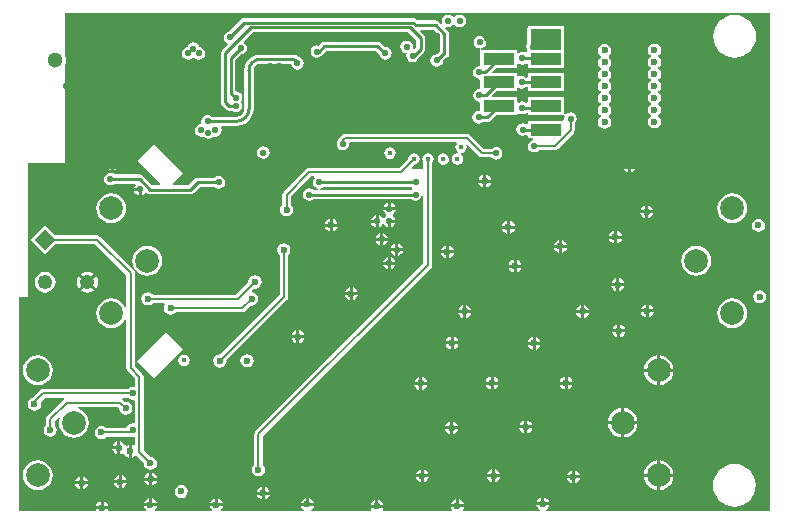
<source format=gbl>
G04 Layer_Physical_Order=4*
G04 Layer_Color=16711680*
%FSLAX25Y25*%
%MOIN*%
G70*
G01*
G75*
%ADD39C,0.00787*%
%ADD43C,0.01000*%
%ADD45C,0.00787*%
%ADD52C,0.01772*%
%ADD53C,0.04921*%
%ADD54P,0.06960X4X360.0*%
%ADD55C,0.05118*%
%ADD56C,0.07874*%
%ADD57C,0.02362*%
%ADD58C,0.02362*%
%ADD59C,0.02165*%
%ADD60C,0.02165*%
%ADD61R,0.10236X0.03937*%
%ADD62R,0.10463X0.07094*%
G36*
X345587Y177245D02*
Y129434D01*
X345547Y116772D01*
Y63031D01*
X270995D01*
X270879Y63531D01*
X271490Y63939D01*
X271972Y64661D01*
X272042Y65012D01*
X267793D01*
X267863Y64661D01*
X268345Y63939D01*
X268955Y63531D01*
X268840Y63031D01*
X243441D01*
X243174Y63531D01*
X243507Y64031D01*
X243577Y64382D01*
X239328D01*
X239398Y64031D01*
X239732Y63531D01*
X239465Y63031D01*
X216748D01*
X216481Y63531D01*
X216657Y63795D01*
X216727Y64146D01*
X212478D01*
X212548Y63795D01*
X212724Y63531D01*
X212457Y63031D01*
X192861D01*
X192709Y63531D01*
X193025Y63743D01*
X193507Y64464D01*
X193577Y64815D01*
X189328D01*
X189398Y64464D01*
X189880Y63743D01*
X190196Y63531D01*
X190045Y63031D01*
X162683D01*
X162532Y63531D01*
X162671Y63624D01*
X163153Y64346D01*
X163223Y64697D01*
X158974D01*
X159044Y64346D01*
X159526Y63624D01*
X159665Y63531D01*
X159514Y63031D01*
X140656D01*
X140504Y63531D01*
X140702Y63664D01*
X141184Y64385D01*
X141254Y64736D01*
X137006D01*
X137075Y64385D01*
X137557Y63664D01*
X137756Y63531D01*
X137604Y63031D01*
X125457D01*
X125100Y63531D01*
X125113Y63595D01*
X120864D01*
X120876Y63531D01*
X120520Y63031D01*
X95232D01*
X95232Y134528D01*
X98461D01*
Y146063D01*
X98461Y178927D01*
X110668Y178927D01*
Y211885D01*
X110904Y212457D01*
X111027Y213386D01*
X110904Y214315D01*
X110668Y214886D01*
Y229213D01*
X345587D01*
Y177245D01*
D02*
G37*
%LPC*%
G36*
X255113Y105248D02*
X253488D01*
Y103624D01*
X253839Y103693D01*
X254561Y104175D01*
X255043Y104897D01*
X255113Y105248D01*
D02*
G37*
G36*
X277173D02*
X275549D01*
X275619Y104897D01*
X276101Y104175D01*
X276822Y103693D01*
X277173Y103624D01*
Y105248D01*
D02*
G37*
G36*
X252488D02*
X250864D01*
X250934Y104897D01*
X251416Y104175D01*
X252137Y103693D01*
X252488Y103624D01*
Y105248D01*
D02*
G37*
G36*
X228748Y105130D02*
X227124D01*
X227193Y104779D01*
X227676Y104057D01*
X228397Y103575D01*
X228748Y103506D01*
Y105130D01*
D02*
G37*
G36*
X231372D02*
X229748D01*
Y103506D01*
X230099Y103575D01*
X230820Y104057D01*
X231303Y104779D01*
X231372Y105130D01*
D02*
G37*
G36*
X279798Y105248D02*
X278173D01*
Y103624D01*
X278524Y103693D01*
X279246Y104175D01*
X279728Y104897D01*
X279798Y105248D01*
D02*
G37*
G36*
X228748Y107754D02*
X228397Y107685D01*
X227676Y107202D01*
X227193Y106481D01*
X227124Y106130D01*
X228748D01*
Y107754D01*
D02*
G37*
G36*
X229748D02*
Y106130D01*
X231372D01*
X231303Y106481D01*
X230820Y107202D01*
X230099Y107685D01*
X229748Y107754D01*
D02*
G37*
G36*
X252488Y107872D02*
X252137Y107803D01*
X251416Y107320D01*
X250934Y106599D01*
X250864Y106248D01*
X252488D01*
Y107872D01*
D02*
G37*
G36*
X101532Y114999D02*
X100243Y114830D01*
X99042Y114332D01*
X98010Y113541D01*
X97219Y112510D01*
X96722Y111309D01*
X96552Y110020D01*
X96722Y108731D01*
X97219Y107530D01*
X98010Y106499D01*
X99042Y105707D01*
X100243Y105210D01*
X101532Y105040D01*
X102820Y105210D01*
X104021Y105707D01*
X105053Y106499D01*
X105844Y107530D01*
X106341Y108731D01*
X106511Y110020D01*
X106341Y111309D01*
X105844Y112510D01*
X105053Y113541D01*
X104021Y114332D01*
X102820Y114830D01*
X101532Y114999D01*
D02*
G37*
G36*
X308039Y109520D02*
X303626D01*
X303729Y108731D01*
X304227Y107530D01*
X305018Y106499D01*
X306050Y105707D01*
X307251Y105210D01*
X308039Y105106D01*
Y109520D01*
D02*
G37*
G36*
X313453D02*
X309039D01*
Y105106D01*
X309828Y105210D01*
X311029Y105707D01*
X312060Y106499D01*
X312852Y107530D01*
X313349Y108731D01*
X313453Y109520D01*
D02*
G37*
G36*
X297031Y97434D02*
Y93020D01*
X301445D01*
X301341Y93809D01*
X300844Y95009D01*
X300053Y96041D01*
X299021Y96832D01*
X297820Y97330D01*
X297031Y97434D01*
D02*
G37*
G36*
X239024Y90327D02*
X237399D01*
X237469Y89976D01*
X237951Y89254D01*
X238673Y88772D01*
X239024Y88702D01*
Y90327D01*
D02*
G37*
G36*
X241648D02*
X240024D01*
Y88702D01*
X240375Y88772D01*
X241096Y89254D01*
X241578Y89976D01*
X241648Y90327D01*
D02*
G37*
G36*
X263748Y90602D02*
X262124D01*
X262193Y90251D01*
X262676Y89530D01*
X263397Y89048D01*
X263748Y88978D01*
Y90602D01*
D02*
G37*
G36*
X128039Y86376D02*
X127688Y86306D01*
X126967Y85824D01*
X126485Y85103D01*
X126415Y84752D01*
X128039D01*
Y86376D01*
D02*
G37*
G36*
X296031Y92020D02*
X291618D01*
X291722Y91231D01*
X292219Y90030D01*
X293010Y88999D01*
X294042Y88207D01*
X295243Y87710D01*
X296031Y87606D01*
Y92020D01*
D02*
G37*
G36*
X301445D02*
X297031D01*
Y87606D01*
X297820Y87710D01*
X299021Y88207D01*
X300053Y88999D01*
X300844Y90030D01*
X301341Y91231D01*
X301445Y92020D01*
D02*
G37*
G36*
X263748Y93227D02*
X263397Y93157D01*
X262676Y92675D01*
X262193Y91953D01*
X262124Y91602D01*
X263748D01*
Y93227D01*
D02*
G37*
G36*
X264748D02*
Y91602D01*
X266372D01*
X266303Y91953D01*
X265821Y92675D01*
X265099Y93157D01*
X264748Y93227D01*
D02*
G37*
G36*
X296031Y97434D02*
X295243Y97330D01*
X294042Y96832D01*
X293010Y96041D01*
X292219Y95009D01*
X291722Y93809D01*
X291618Y93020D01*
X296031D01*
Y97434D01*
D02*
G37*
G36*
X266372Y90602D02*
X264748D01*
Y88978D01*
X265099Y89048D01*
X265821Y89530D01*
X266303Y90251D01*
X266372Y90602D01*
D02*
G37*
G36*
X239024Y92951D02*
X238673Y92881D01*
X237951Y92399D01*
X237469Y91678D01*
X237399Y91327D01*
X239024D01*
Y92951D01*
D02*
G37*
G36*
X240024D02*
Y91327D01*
X241648D01*
X241578Y91678D01*
X241096Y92399D01*
X240375Y92881D01*
X240024Y92951D01*
D02*
G37*
G36*
X253488Y107872D02*
Y106248D01*
X255113D01*
X255043Y106599D01*
X254561Y107320D01*
X253839Y107803D01*
X253488Y107872D01*
D02*
G37*
G36*
X239142Y121219D02*
X238791Y121149D01*
X238069Y120667D01*
X237587Y119946D01*
X237517Y119595D01*
X239142D01*
Y121219D01*
D02*
G37*
G36*
X240142D02*
Y119595D01*
X241766D01*
X241696Y119946D01*
X241214Y120667D01*
X240493Y121149D01*
X240142Y121219D01*
D02*
G37*
G36*
X294732Y122610D02*
X293108D01*
X293178Y122259D01*
X293660Y121538D01*
X294381Y121056D01*
X294732Y120986D01*
Y122610D01*
D02*
G37*
G36*
X190427Y120721D02*
X188803D01*
Y119096D01*
X189154Y119166D01*
X189876Y119648D01*
X190358Y120370D01*
X190427Y120721D01*
D02*
G37*
G36*
X266504Y121101D02*
X266153Y121031D01*
X265431Y120549D01*
X264949Y119827D01*
X264880Y119476D01*
X266504D01*
Y121101D01*
D02*
G37*
G36*
X267504D02*
Y119476D01*
X269128D01*
X269058Y119827D01*
X268576Y120549D01*
X267855Y121031D01*
X267504Y121101D01*
D02*
G37*
G36*
X294732Y125235D02*
X294381Y125165D01*
X293660Y124683D01*
X293178Y123961D01*
X293108Y123610D01*
X294732D01*
Y125235D01*
D02*
G37*
G36*
X295732D02*
Y123610D01*
X297357D01*
X297287Y123961D01*
X296805Y124683D01*
X296083Y125165D01*
X295732Y125235D01*
D02*
G37*
G36*
X333028Y133936D02*
X331739Y133767D01*
X330538Y133269D01*
X329506Y132478D01*
X328715Y131447D01*
X328218Y130245D01*
X328048Y128957D01*
X328218Y127668D01*
X328715Y126467D01*
X329506Y125436D01*
X330538Y124644D01*
X331739Y124147D01*
X333028Y123977D01*
X334316Y124147D01*
X335517Y124644D01*
X336549Y125436D01*
X337340Y126467D01*
X337838Y127668D01*
X338007Y128957D01*
X337838Y130245D01*
X337340Y131447D01*
X336549Y132478D01*
X335517Y133269D01*
X334316Y133767D01*
X333028Y133936D01*
D02*
G37*
G36*
X297357Y122610D02*
X295732D01*
Y120986D01*
X296083Y121056D01*
X296805Y121538D01*
X297287Y122259D01*
X297357Y122610D01*
D02*
G37*
G36*
X187803Y123345D02*
X187452Y123275D01*
X186731Y122793D01*
X186249Y122072D01*
X186179Y121721D01*
X187803D01*
Y123345D01*
D02*
G37*
G36*
X188803D02*
Y121721D01*
X190427D01*
X190358Y122072D01*
X189876Y122793D01*
X189154Y123275D01*
X188803Y123345D01*
D02*
G37*
G36*
X187803Y120721D02*
X186179D01*
X186249Y120370D01*
X186731Y119648D01*
X187452Y119166D01*
X187803Y119096D01*
Y120721D01*
D02*
G37*
G36*
X308039Y114934D02*
X307251Y114830D01*
X306050Y114332D01*
X305018Y113541D01*
X304227Y112510D01*
X303729Y111309D01*
X303626Y110520D01*
X308039D01*
Y114934D01*
D02*
G37*
G36*
X309039D02*
Y110520D01*
X313453D01*
X313349Y111309D01*
X312852Y112510D01*
X312060Y113541D01*
X311029Y114332D01*
X309828Y114830D01*
X309039Y114934D01*
D02*
G37*
G36*
X171343Y115388D02*
X170492Y115218D01*
X169771Y114736D01*
X169289Y114015D01*
X169119Y113164D01*
X169289Y112313D01*
X169771Y111592D01*
X170492Y111109D01*
X171343Y110940D01*
X172194Y111109D01*
X172916Y111592D01*
X173398Y112313D01*
X173567Y113164D01*
X173398Y114015D01*
X172916Y114736D01*
X172194Y115218D01*
X171343Y115388D01*
D02*
G37*
G36*
X277173Y107872D02*
X276822Y107803D01*
X276101Y107320D01*
X275619Y106599D01*
X275549Y106248D01*
X277173D01*
Y107872D01*
D02*
G37*
G36*
X278173D02*
Y106248D01*
X279798D01*
X279728Y106599D01*
X279246Y107320D01*
X278524Y107803D01*
X278173Y107872D01*
D02*
G37*
G36*
X144466Y122816D02*
X134700Y113050D01*
X140290Y107460D01*
X150056Y117226D01*
X144466Y122816D01*
D02*
G37*
G36*
X269128Y118476D02*
X267504D01*
Y116852D01*
X267855Y116922D01*
X268576Y117404D01*
X269058Y118125D01*
X269128Y118476D01*
D02*
G37*
G36*
X239142Y118595D02*
X237517D01*
X237587Y118244D01*
X238069Y117522D01*
X238791Y117040D01*
X239142Y116970D01*
Y118595D01*
D02*
G37*
G36*
X241766D02*
X240142D01*
Y116970D01*
X240493Y117040D01*
X241214Y117522D01*
X241696Y118244D01*
X241766Y118595D01*
D02*
G37*
G36*
X150350Y115190D02*
X149615Y115044D01*
X148991Y114627D01*
X148574Y114004D01*
X148428Y113268D01*
X148574Y112532D01*
X148991Y111908D01*
X149615Y111491D01*
X150350Y111345D01*
X151086Y111491D01*
X151710Y111908D01*
X152127Y112532D01*
X152273Y113268D01*
X152127Y114004D01*
X151710Y114627D01*
X151086Y115044D01*
X150350Y115190D01*
D02*
G37*
G36*
X183579Y152303D02*
X182728Y152133D01*
X182006Y151651D01*
X181524Y150930D01*
X181355Y150079D01*
X181524Y149228D01*
X182006Y148506D01*
X182158Y148405D01*
Y134998D01*
X162458Y115298D01*
X162279Y115334D01*
X161428Y115165D01*
X160707Y114683D01*
X160225Y113961D01*
X160056Y113110D01*
X160225Y112259D01*
X160707Y111538D01*
X161428Y111056D01*
X162279Y110886D01*
X163130Y111056D01*
X163852Y111538D01*
X164334Y112259D01*
X164503Y113110D01*
X164468Y113289D01*
X184583Y133405D01*
X184892Y133866D01*
X185000Y134409D01*
Y148405D01*
X185151Y148506D01*
X185633Y149228D01*
X185803Y150079D01*
X185633Y150930D01*
X185151Y151651D01*
X184430Y152133D01*
X183579Y152303D01*
D02*
G37*
G36*
X266504Y118476D02*
X264880D01*
X264949Y118125D01*
X265431Y117404D01*
X266153Y116922D01*
X266504Y116852D01*
Y118476D01*
D02*
G37*
G36*
X178853Y68555D02*
X177228D01*
Y66931D01*
X177579Y67001D01*
X178301Y67483D01*
X178783Y68204D01*
X178853Y68555D01*
D02*
G37*
G36*
X149406Y71830D02*
X148555Y71661D01*
X147833Y71179D01*
X147351Y70457D01*
X147182Y69606D01*
X147351Y68755D01*
X147833Y68034D01*
X148555Y67552D01*
X149406Y67383D01*
X150257Y67552D01*
X150978Y68034D01*
X151460Y68755D01*
X151629Y69606D01*
X151460Y70457D01*
X150978Y71179D01*
X150257Y71661D01*
X149406Y71830D01*
D02*
G37*
G36*
X176228Y71179D02*
X175877Y71110D01*
X175156Y70628D01*
X174674Y69906D01*
X174604Y69555D01*
X176228D01*
Y71179D01*
D02*
G37*
G36*
X269417Y67636D02*
X269066Y67566D01*
X268345Y67084D01*
X267863Y66363D01*
X267793Y66012D01*
X269417D01*
Y67636D01*
D02*
G37*
G36*
X270417D02*
Y66012D01*
X272042D01*
X271972Y66363D01*
X271490Y67084D01*
X270768Y67566D01*
X270417Y67636D01*
D02*
G37*
G36*
X176228Y68555D02*
X174604D01*
X174674Y68204D01*
X175156Y67483D01*
X175877Y67001D01*
X176228Y66931D01*
Y68555D01*
D02*
G37*
G36*
X313453Y74520D02*
X309039D01*
Y70106D01*
X309828Y70210D01*
X311029Y70707D01*
X312060Y71499D01*
X312852Y72530D01*
X313349Y73731D01*
X313453Y74520D01*
D02*
G37*
G36*
X115677Y71980D02*
X114053D01*
X114123Y71629D01*
X114605Y70908D01*
X115326Y70426D01*
X115677Y70356D01*
Y71980D01*
D02*
G37*
G36*
X118301D02*
X116677D01*
Y70356D01*
X117028Y70426D01*
X117750Y70908D01*
X118232Y71629D01*
X118301Y71980D01*
D02*
G37*
G36*
X177228Y71179D02*
Y69555D01*
X178853D01*
X178783Y69906D01*
X178301Y70628D01*
X177579Y71110D01*
X177228Y71179D01*
D02*
G37*
G36*
X101532Y79999D02*
X100243Y79830D01*
X99042Y79332D01*
X98010Y78541D01*
X97219Y77509D01*
X96722Y76309D01*
X96552Y75020D01*
X96722Y73731D01*
X97219Y72530D01*
X98010Y71499D01*
X99042Y70707D01*
X100243Y70210D01*
X101532Y70040D01*
X102820Y70210D01*
X104021Y70707D01*
X105053Y71499D01*
X105844Y72530D01*
X106341Y73731D01*
X106511Y75020D01*
X106341Y76309D01*
X105844Y77509D01*
X105053Y78541D01*
X104021Y79332D01*
X102820Y79830D01*
X101532Y79999D01*
D02*
G37*
G36*
X308039Y74520D02*
X303626D01*
X303729Y73731D01*
X304227Y72530D01*
X305018Y71499D01*
X306050Y70707D01*
X307251Y70210D01*
X308039Y70106D01*
Y74520D01*
D02*
G37*
G36*
X191953Y67439D02*
Y65815D01*
X193577D01*
X193507Y66166D01*
X193025Y66887D01*
X192304Y67370D01*
X191953Y67439D01*
D02*
G37*
G36*
X214102Y66770D02*
X213751Y66700D01*
X213030Y66218D01*
X212548Y65497D01*
X212478Y65146D01*
X214102D01*
Y66770D01*
D02*
G37*
G36*
X215102D02*
Y65146D01*
X216727D01*
X216657Y65497D01*
X216175Y66218D01*
X215453Y66700D01*
X215102Y66770D01*
D02*
G37*
G36*
X240953Y67006D02*
X240602Y66936D01*
X239880Y66454D01*
X239398Y65733D01*
X239328Y65382D01*
X240953D01*
Y67006D01*
D02*
G37*
G36*
X333776Y78751D02*
X332383Y78614D01*
X331045Y78208D01*
X329811Y77548D01*
X328729Y76661D01*
X327842Y75579D01*
X327182Y74345D01*
X326776Y73006D01*
X326639Y71614D01*
X326776Y70222D01*
X327182Y68883D01*
X327842Y67649D01*
X328729Y66568D01*
X329811Y65680D01*
X331045Y65021D01*
X332383Y64615D01*
X333776Y64477D01*
X335168Y64615D01*
X336507Y65021D01*
X337740Y65680D01*
X338822Y66568D01*
X339710Y67649D01*
X340369Y68883D01*
X340775Y70222D01*
X340912Y71614D01*
X340775Y73006D01*
X340369Y74345D01*
X339710Y75579D01*
X338822Y76661D01*
X337740Y77548D01*
X336507Y78208D01*
X335168Y78614D01*
X333776Y78751D01*
D02*
G37*
G36*
X122488Y66219D02*
X122137Y66149D01*
X121416Y65667D01*
X120934Y64946D01*
X120864Y64595D01*
X122488D01*
Y66219D01*
D02*
G37*
G36*
X123488D02*
Y64595D01*
X125113D01*
X125043Y64946D01*
X124561Y65667D01*
X123839Y66149D01*
X123488Y66219D01*
D02*
G37*
G36*
X138630Y67361D02*
X138279Y67291D01*
X137557Y66809D01*
X137075Y66087D01*
X137006Y65736D01*
X138630D01*
Y67361D01*
D02*
G37*
G36*
X139630D02*
Y65736D01*
X141254D01*
X141184Y66087D01*
X140702Y66809D01*
X139981Y67291D01*
X139630Y67361D01*
D02*
G37*
G36*
X190953Y67439D02*
X190602Y67370D01*
X189880Y66887D01*
X189398Y66166D01*
X189328Y65815D01*
X190953D01*
Y67439D01*
D02*
G37*
G36*
X241953Y67006D02*
Y65382D01*
X243577D01*
X243507Y65733D01*
X243025Y66454D01*
X242304Y66936D01*
X241953Y67006D01*
D02*
G37*
G36*
X160598Y67321D02*
X160247Y67251D01*
X159526Y66769D01*
X159044Y66048D01*
X158974Y65697D01*
X160598D01*
Y67321D01*
D02*
G37*
G36*
X161598D02*
Y65697D01*
X163223D01*
X163153Y66048D01*
X162671Y66769D01*
X161949Y67251D01*
X161598Y67321D01*
D02*
G37*
G36*
X128551Y72413D02*
X126927D01*
X126997Y72062D01*
X127479Y71341D01*
X128200Y70859D01*
X128551Y70789D01*
Y72413D01*
D02*
G37*
G36*
X280614Y76652D02*
Y75028D01*
X282239D01*
X282169Y75379D01*
X281687Y76100D01*
X280965Y76582D01*
X280614Y76652D01*
D02*
G37*
G36*
X229221Y76928D02*
X228870Y76858D01*
X228148Y76376D01*
X227666Y75654D01*
X227596Y75303D01*
X229221D01*
Y76928D01*
D02*
G37*
G36*
X230221D02*
Y75303D01*
X231845D01*
X231775Y75654D01*
X231293Y76376D01*
X230572Y76858D01*
X230221Y76928D01*
D02*
G37*
G36*
X138709Y75864D02*
X138358Y75795D01*
X137636Y75313D01*
X137154Y74591D01*
X137084Y74240D01*
X138709D01*
Y75864D01*
D02*
G37*
G36*
X139709D02*
Y74240D01*
X141333D01*
X141263Y74591D01*
X140781Y75313D01*
X140060Y75795D01*
X139709Y75864D01*
D02*
G37*
G36*
X279614Y76652D02*
X279263Y76582D01*
X278542Y76100D01*
X278060Y75379D01*
X277990Y75028D01*
X279614D01*
Y76652D01*
D02*
G37*
G36*
X309039Y79934D02*
Y75520D01*
X313453D01*
X313349Y76309D01*
X312852Y77509D01*
X312060Y78541D01*
X311029Y79332D01*
X309828Y79830D01*
X309039Y79934D01*
D02*
G37*
G36*
X129039Y86376D02*
Y84252D01*
Y82127D01*
X129390Y82197D01*
X129737Y82429D01*
X130292Y82199D01*
X130304Y82141D01*
X130786Y81420D01*
X131507Y80938D01*
X131858Y80868D01*
Y82992D01*
Y85116D01*
X131507Y85047D01*
X131161Y84815D01*
X130605Y85045D01*
X130594Y85103D01*
X130112Y85824D01*
X129390Y86306D01*
X129039Y86376D01*
D02*
G37*
G36*
X128039Y83752D02*
X126415D01*
X126485Y83401D01*
X126967Y82679D01*
X127688Y82197D01*
X128039Y82127D01*
Y83752D01*
D02*
G37*
G36*
X253000Y77006D02*
X252649Y76936D01*
X251927Y76454D01*
X251445Y75733D01*
X251376Y75382D01*
X253000D01*
Y77006D01*
D02*
G37*
G36*
X254000D02*
Y75382D01*
X255624D01*
X255555Y75733D01*
X255072Y76454D01*
X254351Y76936D01*
X254000Y77006D01*
D02*
G37*
G36*
X308039Y79934D02*
X307251Y79830D01*
X306050Y79332D01*
X305018Y78541D01*
X304227Y77509D01*
X303729Y76309D01*
X303626Y75520D01*
X308039D01*
Y79934D01*
D02*
G37*
G36*
X129551Y75038D02*
Y73413D01*
X131175D01*
X131106Y73764D01*
X130624Y74486D01*
X129902Y74968D01*
X129551Y75038D01*
D02*
G37*
G36*
X279614Y74028D02*
X277990D01*
X278060Y73677D01*
X278542Y72955D01*
X279263Y72473D01*
X279614Y72403D01*
Y74028D01*
D02*
G37*
G36*
X282239D02*
X280614D01*
Y72403D01*
X280965Y72473D01*
X281687Y72955D01*
X282169Y73677D01*
X282239Y74028D01*
D02*
G37*
G36*
X229221Y74303D02*
X227596D01*
X227666Y73952D01*
X228148Y73231D01*
X228870Y72749D01*
X229221Y72679D01*
Y74303D01*
D02*
G37*
G36*
X131175Y72413D02*
X129551D01*
Y70789D01*
X129902Y70859D01*
X130624Y71341D01*
X131106Y72062D01*
X131175Y72413D01*
D02*
G37*
G36*
X138709Y73240D02*
X137084D01*
X137154Y72889D01*
X137636Y72168D01*
X138358Y71686D01*
X138709Y71616D01*
Y73240D01*
D02*
G37*
G36*
X141333D02*
X139709D01*
Y71616D01*
X140060Y71686D01*
X140781Y72168D01*
X141263Y72889D01*
X141333Y73240D01*
D02*
G37*
G36*
X115677Y74605D02*
X115326Y74535D01*
X114605Y74053D01*
X114123Y73331D01*
X114053Y72980D01*
X115677D01*
Y74605D01*
D02*
G37*
G36*
X116677D02*
Y72980D01*
X118301D01*
X118232Y73331D01*
X117750Y74053D01*
X117028Y74535D01*
X116677Y74605D01*
D02*
G37*
G36*
X128551Y75038D02*
X128200Y74968D01*
X127479Y74486D01*
X126997Y73764D01*
X126927Y73413D01*
X128551D01*
Y75038D01*
D02*
G37*
G36*
X231845Y74303D02*
X230221D01*
Y72679D01*
X230572Y72749D01*
X231293Y73231D01*
X231775Y73952D01*
X231845Y74303D01*
D02*
G37*
G36*
X253000Y74382D02*
X251376D01*
X251445Y74031D01*
X251927Y73309D01*
X252649Y72827D01*
X253000Y72758D01*
Y74382D01*
D02*
G37*
G36*
X255624D02*
X254000D01*
Y72758D01*
X254351Y72827D01*
X255072Y73309D01*
X255555Y74031D01*
X255624Y74382D01*
D02*
G37*
G36*
X243394Y129106D02*
X241769D01*
X241839Y128755D01*
X242321Y128034D01*
X243043Y127552D01*
X243394Y127482D01*
Y129106D01*
D02*
G37*
G36*
X199897Y160524D02*
Y158900D01*
X201521D01*
X201451Y159251D01*
X200969Y159973D01*
X200248Y160454D01*
X199897Y160524D01*
D02*
G37*
G36*
X126020Y168936D02*
X124731Y168767D01*
X123530Y168269D01*
X122499Y167478D01*
X121707Y166446D01*
X121210Y165245D01*
X121040Y163957D01*
X121210Y162668D01*
X121707Y161467D01*
X122499Y160436D01*
X123530Y159644D01*
X124731Y159147D01*
X126020Y158977D01*
X127308Y159147D01*
X128509Y159644D01*
X129541Y160436D01*
X130332Y161467D01*
X130830Y162668D01*
X130999Y163957D01*
X130830Y165245D01*
X130332Y166446D01*
X129541Y167478D01*
X128509Y168269D01*
X127308Y168767D01*
X126020Y168936D01*
D02*
G37*
G36*
X333028D02*
X331739Y168767D01*
X330538Y168269D01*
X329506Y167478D01*
X328715Y166446D01*
X328218Y165245D01*
X328048Y163957D01*
X328218Y162668D01*
X328715Y161467D01*
X329506Y160436D01*
X330538Y159644D01*
X331739Y159147D01*
X333028Y158977D01*
X334316Y159147D01*
X335517Y159644D01*
X336549Y160436D01*
X337340Y161467D01*
X337838Y162668D01*
X338007Y163957D01*
X337838Y165245D01*
X337340Y166446D01*
X336549Y167478D01*
X335517Y168269D01*
X334316Y168767D01*
X333028Y168936D01*
D02*
G37*
G36*
X257947Y159826D02*
X257596Y159756D01*
X256875Y159274D01*
X256393Y158553D01*
X256323Y158202D01*
X257947D01*
Y159826D01*
D02*
G37*
G36*
X258947D02*
Y158202D01*
X260572D01*
X260502Y158553D01*
X260020Y159274D01*
X259298Y159756D01*
X258947Y159826D01*
D02*
G37*
G36*
X198897Y160524D02*
X198546Y160454D01*
X197824Y159973D01*
X197342Y159251D01*
X197272Y158900D01*
X198897D01*
Y160524D01*
D02*
G37*
G36*
X220815Y163309D02*
X216767D01*
X216829Y162996D01*
X217290Y162308D01*
X217611Y162092D01*
Y161491D01*
X217253Y161252D01*
X216988Y160855D01*
X216387D01*
X216157Y161199D01*
X215468Y161659D01*
X215155Y161722D01*
Y159698D01*
Y157674D01*
X215468Y157736D01*
X216157Y158196D01*
X216422Y158593D01*
X217023D01*
X217253Y158249D01*
X217942Y157788D01*
X218254Y157726D01*
Y159750D01*
X218754D01*
Y160250D01*
X220778D01*
X220716Y160563D01*
X220256Y161252D01*
X219934Y161467D01*
Y162068D01*
X220293Y162308D01*
X220753Y162996D01*
X220815Y163309D01*
D02*
G37*
G36*
X304063Y164959D02*
X303712Y164889D01*
X302991Y164407D01*
X302508Y163686D01*
X302439Y163335D01*
X304063D01*
Y164959D01*
D02*
G37*
G36*
X305063D02*
Y163335D01*
X306687D01*
X306617Y163686D01*
X306135Y164407D01*
X305414Y164889D01*
X305063Y164959D01*
D02*
G37*
G36*
X214155Y161722D02*
X213843Y161659D01*
X213154Y161199D01*
X212694Y160510D01*
X212631Y160198D01*
X214155D01*
Y161722D01*
D02*
G37*
G36*
X304063Y162335D02*
X302439D01*
X302508Y161984D01*
X302991Y161262D01*
X303712Y160780D01*
X304063Y160710D01*
Y162335D01*
D02*
G37*
G36*
X306687D02*
X305063D01*
Y160710D01*
X305414Y160780D01*
X306135Y161262D01*
X306617Y161984D01*
X306687Y162335D01*
D02*
G37*
G36*
X220778Y159250D02*
X219254D01*
Y157726D01*
X219567Y157788D01*
X220256Y158249D01*
X220716Y158938D01*
X220778Y159250D01*
D02*
G37*
G36*
X216754Y155774D02*
Y154250D01*
X218278D01*
X218216Y154563D01*
X217756Y155252D01*
X217067Y155712D01*
X216754Y155774D01*
D02*
G37*
G36*
X293591Y156534D02*
X293240Y156464D01*
X292518Y155982D01*
X292036Y155260D01*
X291966Y154909D01*
X293591D01*
Y156534D01*
D02*
G37*
G36*
X294591D02*
Y154909D01*
X296215D01*
X296145Y155260D01*
X295663Y155982D01*
X294942Y156464D01*
X294591Y156534D01*
D02*
G37*
G36*
X293591Y153909D02*
X291966D01*
X292036Y153558D01*
X292518Y152837D01*
X293240Y152355D01*
X293591Y152285D01*
Y153909D01*
D02*
G37*
G36*
X296215D02*
X294591D01*
Y152285D01*
X294942Y152355D01*
X295663Y152837D01*
X296145Y153558D01*
X296215Y153909D01*
D02*
G37*
G36*
X215754Y155774D02*
X215442Y155712D01*
X214753Y155252D01*
X214293Y154563D01*
X214230Y154250D01*
X215754D01*
Y155774D01*
D02*
G37*
G36*
X198897Y157900D02*
X197272D01*
X197342Y157549D01*
X197824Y156827D01*
X198546Y156345D01*
X198897Y156276D01*
Y157900D01*
D02*
G37*
G36*
X201521D02*
X199897D01*
Y156276D01*
X200248Y156345D01*
X200969Y156827D01*
X201451Y157549D01*
X201521Y157900D01*
D02*
G37*
G36*
X214155Y159198D02*
X212631D01*
X212694Y158885D01*
X213154Y158196D01*
X213843Y157736D01*
X214155Y157674D01*
Y159198D01*
D02*
G37*
G36*
X257947Y157202D02*
X256323D01*
X256393Y156851D01*
X256875Y156129D01*
X257596Y155647D01*
X257947Y155577D01*
Y157202D01*
D02*
G37*
G36*
X260572D02*
X258947D01*
Y155577D01*
X259298Y155647D01*
X260020Y156129D01*
X260502Y156851D01*
X260572Y157202D01*
D02*
G37*
G36*
X341768Y160570D02*
X340917Y160401D01*
X340195Y159919D01*
X339713Y159197D01*
X339544Y158346D01*
X339713Y157495D01*
X340195Y156774D01*
X340917Y156292D01*
X341768Y156123D01*
X342619Y156292D01*
X343340Y156774D01*
X343822Y157495D01*
X343991Y158346D01*
X343822Y159197D01*
X343340Y159919D01*
X342619Y160401D01*
X341768Y160570D01*
D02*
G37*
G36*
X244610Y188902D02*
X244610Y188902D01*
X244610Y188902D01*
X204059D01*
X203515Y188794D01*
X203054Y188486D01*
X202266Y187698D01*
X201958Y187237D01*
X201936Y187125D01*
X201769Y187013D01*
X201309Y186325D01*
X201148Y185512D01*
X201309Y184699D01*
X201769Y184011D01*
X202458Y183550D01*
X203271Y183389D01*
X204084Y183550D01*
X204772Y184011D01*
X205233Y184699D01*
X205394Y185512D01*
X205362Y185674D01*
X205679Y186060D01*
X241003D01*
X241194Y185560D01*
X240865Y185067D01*
X240718Y184331D01*
X240865Y183595D01*
X241281Y182972D01*
X241534Y182802D01*
X241494Y182538D01*
X241384Y182302D01*
X240724Y182170D01*
X240101Y181754D01*
X239684Y181130D01*
X239537Y180394D01*
X239684Y179658D01*
X240101Y179034D01*
X240724Y178618D01*
X241460Y178471D01*
X242196Y178618D01*
X242479Y178807D01*
X242819Y179034D01*
X243236Y179658D01*
X243383Y180394D01*
X243236Y181130D01*
X242819Y181754D01*
X242567Y181922D01*
X242607Y182187D01*
X242717Y182423D01*
X243377Y182555D01*
X244001Y182972D01*
X244417Y183595D01*
X244564Y184331D01*
X244445Y184930D01*
X244889Y185193D01*
X248723Y181357D01*
X248723Y181357D01*
X248723Y181357D01*
X248942Y181211D01*
X249184Y181049D01*
X249184Y181049D01*
X249184Y181049D01*
X249437Y180999D01*
X249728Y180941D01*
X249728Y180941D01*
X249728Y180941D01*
X252726D01*
X252816Y180806D01*
X253505Y180346D01*
X254317Y180184D01*
X255130Y180346D01*
X255819Y180806D01*
X256279Y181495D01*
X256441Y182308D01*
X256279Y183120D01*
X255819Y183809D01*
X255130Y184269D01*
X254317Y184431D01*
X253505Y184269D01*
X252816Y183809D01*
X252798Y183783D01*
X250317D01*
X245615Y188486D01*
X245615Y188486D01*
X245615Y188486D01*
X245373Y188647D01*
X245154Y188794D01*
X245154Y188794D01*
X245154Y188794D01*
X244891Y188846D01*
X244610Y188902D01*
D02*
G37*
G36*
X290519Y218843D02*
X289668Y218674D01*
X288947Y218192D01*
X288464Y217471D01*
X288295Y216619D01*
X288464Y215769D01*
X288947Y215047D01*
X289195Y214881D01*
Y214381D01*
X288947Y214215D01*
X288464Y213494D01*
X288295Y212643D01*
X288464Y211792D01*
X288947Y211071D01*
X289195Y210905D01*
Y210405D01*
X288947Y210239D01*
X288464Y209518D01*
X288295Y208667D01*
X288464Y207816D01*
X288947Y207094D01*
X289195Y206928D01*
Y206428D01*
X288947Y206263D01*
X288464Y205541D01*
X288295Y204690D01*
X288464Y203839D01*
X288947Y203118D01*
X289195Y202952D01*
Y202452D01*
X288947Y202286D01*
X288464Y201565D01*
X288295Y200714D01*
X288464Y199863D01*
X288947Y199141D01*
X289195Y198975D01*
Y198475D01*
X288947Y198310D01*
X288464Y197588D01*
X288295Y196737D01*
X288464Y195886D01*
X288947Y195165D01*
X289195Y194999D01*
Y194499D01*
X288947Y194333D01*
X288464Y193612D01*
X288295Y192761D01*
X288464Y191910D01*
X288947Y191188D01*
X289668Y190706D01*
X290519Y190537D01*
X291370Y190706D01*
X292091Y191188D01*
X292573Y191910D01*
X292743Y192761D01*
X292573Y193612D01*
X292091Y194333D01*
X291843Y194499D01*
Y194999D01*
X292091Y195165D01*
X292573Y195886D01*
X292743Y196737D01*
X292573Y197588D01*
X292091Y198310D01*
X291843Y198475D01*
Y198975D01*
X292091Y199141D01*
X292573Y199863D01*
X292743Y200714D01*
X292573Y201565D01*
X292091Y202286D01*
X291843Y202452D01*
Y202952D01*
X292091Y203118D01*
X292573Y203839D01*
X292743Y204690D01*
X292573Y205541D01*
X292091Y206263D01*
X291843Y206428D01*
Y206928D01*
X292091Y207094D01*
X292573Y207816D01*
X292743Y208667D01*
X292573Y209518D01*
X292091Y210239D01*
X291843Y210405D01*
Y210905D01*
X292091Y211071D01*
X292573Y211792D01*
X292743Y212643D01*
X292573Y213494D01*
X292091Y214215D01*
X291843Y214381D01*
Y214881D01*
X292091Y215047D01*
X292573Y215769D01*
X292743Y216619D01*
X292573Y217471D01*
X292091Y218192D01*
X291370Y218674D01*
X290519Y218843D01*
D02*
G37*
G36*
X307135Y218917D02*
X306284Y218747D01*
X305563Y218265D01*
X305081Y217544D01*
X304911Y216693D01*
X305081Y215842D01*
X305563Y215120D01*
X305811Y214955D01*
Y214455D01*
X305563Y214289D01*
X305081Y213567D01*
X304911Y212716D01*
X305081Y211865D01*
X305563Y211144D01*
X305811Y210978D01*
Y210478D01*
X305563Y210312D01*
X305081Y209591D01*
X304911Y208740D01*
X305081Y207889D01*
X305563Y207168D01*
X305811Y207002D01*
Y206502D01*
X305563Y206336D01*
X305081Y205614D01*
X304911Y204764D01*
X305081Y203912D01*
X305563Y203191D01*
X305811Y203025D01*
Y202525D01*
X305563Y202360D01*
X305081Y201638D01*
X304911Y200787D01*
X305081Y199936D01*
X305563Y199215D01*
X305811Y199049D01*
Y198549D01*
X305563Y198383D01*
X305081Y197662D01*
X304911Y196811D01*
X305081Y195960D01*
X305563Y195238D01*
X305811Y195072D01*
Y194572D01*
X305563Y194406D01*
X305081Y193685D01*
X304911Y192834D01*
X305081Y191983D01*
X305563Y191262D01*
X306284Y190780D01*
X307135Y190610D01*
X307986Y190780D01*
X308708Y191262D01*
X309190Y191983D01*
X309359Y192834D01*
X309190Y193685D01*
X308708Y194406D01*
X308459Y194572D01*
Y195072D01*
X308708Y195238D01*
X309190Y195960D01*
X309359Y196811D01*
X309190Y197662D01*
X308708Y198383D01*
X308459Y198549D01*
Y199049D01*
X308708Y199215D01*
X309190Y199936D01*
X309359Y200787D01*
X309190Y201638D01*
X308708Y202360D01*
X308459Y202525D01*
Y203025D01*
X308708Y203191D01*
X309190Y203912D01*
X309359Y204764D01*
X309190Y205614D01*
X308708Y206336D01*
X308459Y206502D01*
Y207002D01*
X308708Y207168D01*
X309190Y207889D01*
X309359Y208740D01*
X309190Y209591D01*
X308708Y210312D01*
X308459Y210478D01*
Y210978D01*
X308708Y211144D01*
X309190Y211865D01*
X309359Y212716D01*
X309190Y213567D01*
X308708Y214289D01*
X308459Y214455D01*
Y214955D01*
X308708Y215120D01*
X309190Y215842D01*
X309359Y216693D01*
X309190Y217544D01*
X308708Y218265D01*
X307986Y218747D01*
X307135Y218917D01*
D02*
G37*
G36*
X236548Y182308D02*
X235830Y182090D01*
X235250Y181614D01*
X234896Y180953D01*
X234823Y180206D01*
X235040Y179488D01*
X235501Y178927D01*
D01*
X235501Y178927D01*
X235516Y178908D01*
X236177Y178554D01*
X236924Y178481D01*
X237642Y178698D01*
X237920Y178927D01*
X238222Y179174D01*
X238576Y179835D01*
X238650Y180582D01*
X238432Y181300D01*
X237956Y181880D01*
X237295Y182234D01*
X236548Y182308D01*
D02*
G37*
G36*
X176696Y184682D02*
X175883Y184521D01*
X175195Y184061D01*
X174734Y183372D01*
X174573Y182559D01*
X174734Y181746D01*
X175195Y181058D01*
X175883Y180597D01*
X176696Y180436D01*
X177509Y180597D01*
X178198Y181058D01*
X178658Y181746D01*
X178819Y182559D01*
X178658Y183372D01*
X178198Y184061D01*
X177509Y184521D01*
X176696Y184682D01*
D02*
G37*
G36*
X219019Y184285D02*
X218283Y184138D01*
X217659Y183722D01*
X217243Y183098D01*
X217096Y182362D01*
X217243Y181626D01*
X217659Y181002D01*
X218283Y180586D01*
X219019Y180439D01*
X219755Y180586D01*
X220378Y181002D01*
X220795Y181626D01*
X220942Y182362D01*
X220795Y183098D01*
X220378Y183722D01*
X219755Y184138D01*
X219019Y184285D01*
D02*
G37*
G36*
X276059Y224757D02*
X265596D01*
X265312Y224700D01*
X264870D01*
Y224451D01*
X264654Y224128D01*
X264576Y223737D01*
Y218662D01*
X264555Y218631D01*
X264393Y217818D01*
X264555Y217006D01*
X264576Y216974D01*
Y216643D01*
X264654Y216253D01*
X264598Y216079D01*
X264007Y215872D01*
X263920Y215931D01*
X263107Y216092D01*
X262294Y215931D01*
X261858Y215639D01*
X261358Y215907D01*
Y216827D01*
X249600D01*
X249586Y216827D01*
X249586Y216827D01*
X249392Y216827D01*
X249343Y217326D01*
X249754Y217408D01*
X250443Y217868D01*
X250903Y218557D01*
X251064Y219370D01*
X250903Y220183D01*
X250443Y220871D01*
X249754Y221332D01*
X248941Y221493D01*
X248128Y221332D01*
X247440Y220871D01*
X246979Y220183D01*
X246818Y219370D01*
X246979Y218557D01*
X247440Y217868D01*
X248128Y217408D01*
X248846Y217265D01*
X248933Y217248D01*
X248983Y217136D01*
X249122Y216773D01*
X249122Y216438D01*
Y211683D01*
X248735Y211366D01*
X248668Y211379D01*
X247855Y211217D01*
X247166Y210757D01*
X246706Y210068D01*
X246544Y209256D01*
X246706Y208443D01*
X247166Y207754D01*
X247855Y207294D01*
X248668Y207132D01*
X248735Y207146D01*
X249122Y206828D01*
Y204037D01*
X248792Y203767D01*
X247980Y203605D01*
X247291Y203145D01*
X246831Y202456D01*
X246669Y201643D01*
X246831Y200831D01*
X247291Y200142D01*
X247980Y199681D01*
X248792Y199520D01*
X249122Y199249D01*
Y196732D01*
X248735Y196415D01*
X248585Y196444D01*
X247773Y196283D01*
X247084Y195823D01*
X246623Y195134D01*
X246462Y194321D01*
X246623Y193509D01*
X247084Y192820D01*
X247773Y192359D01*
X248585Y192198D01*
X249398Y192359D01*
X250045Y192792D01*
X251451D01*
X252036Y192908D01*
X252533Y193240D01*
X254434Y195141D01*
X261358D01*
Y195544D01*
X261858Y195811D01*
X262237Y195558D01*
X263050Y195397D01*
X263862Y195558D01*
X264370Y195897D01*
X264870Y195699D01*
Y195141D01*
X276707D01*
X276925Y195141D01*
X277226Y194691D01*
X277194Y194643D01*
X277032Y193831D01*
X277058Y193704D01*
X276647Y193204D01*
X264870D01*
Y192239D01*
X264370Y191971D01*
X264018Y192207D01*
X263205Y192368D01*
X262392Y192207D01*
X261703Y191747D01*
X261243Y191058D01*
X261082Y190245D01*
X261243Y189433D01*
X261703Y188744D01*
X262392Y188283D01*
X263205Y188122D01*
X264018Y188283D01*
X264370Y188519D01*
X264870Y188252D01*
Y187267D01*
X266630D01*
X266679Y186767D01*
X266274Y186687D01*
X265585Y186226D01*
X265125Y185538D01*
X264963Y184725D01*
X265125Y183912D01*
X265585Y183223D01*
X266274Y182763D01*
X267086Y182602D01*
X267899Y182763D01*
X268588Y183223D01*
X268642Y183304D01*
X273816D01*
X274360Y183412D01*
X274821Y183720D01*
X280160Y189060D01*
X280160Y189060D01*
X280468Y189521D01*
X280577Y190065D01*
Y192275D01*
X280657Y192329D01*
X281118Y193018D01*
X281279Y193831D01*
X281118Y194643D01*
X280657Y195332D01*
X279968Y195792D01*
X279156Y195954D01*
X278343Y195792D01*
X277654Y195332D01*
X277606Y195260D01*
X277106Y195412D01*
X277106Y195567D01*
Y201079D01*
X264870D01*
Y199341D01*
X264370Y199143D01*
X263862Y199482D01*
X263050Y199643D01*
X262237Y199482D01*
X261858Y199229D01*
X261358Y199496D01*
Y201079D01*
X253151D01*
X252959Y201540D01*
X254434Y203015D01*
X261358D01*
Y203922D01*
X261858Y204189D01*
X262134Y204005D01*
X262947Y203843D01*
X263759Y204005D01*
X264370Y204413D01*
X264870Y204300D01*
Y203015D01*
X277106D01*
Y208952D01*
X264870D01*
Y207634D01*
X264370Y207521D01*
X263759Y207929D01*
X262947Y208090D01*
X262134Y207929D01*
X261858Y207744D01*
X261358Y208011D01*
Y208952D01*
X253151D01*
X252959Y209414D01*
X254434Y210890D01*
X261358D01*
Y212032D01*
X261858Y212299D01*
X262294Y212007D01*
X263107Y211846D01*
X263920Y212007D01*
X264370Y212308D01*
X264870Y212062D01*
Y210890D01*
X277106D01*
Y216827D01*
X277079D01*
Y218763D01*
X277106D01*
Y224700D01*
X276343D01*
X276059Y224757D01*
D02*
G37*
G36*
X214689Y219521D02*
X196972D01*
X196671Y219461D01*
X196387Y219405D01*
X196387Y219405D01*
X196387Y219405D01*
X196142Y219241D01*
X195891Y219074D01*
X195070Y218253D01*
X194610Y218344D01*
X193797Y218183D01*
X193108Y217723D01*
X192648Y217034D01*
X192487Y216221D01*
X192648Y215408D01*
X193108Y214720D01*
X193797Y214259D01*
X194610Y214098D01*
X195423Y214259D01*
X196112Y214720D01*
X196572Y215408D01*
X196577Y215435D01*
X197605Y216463D01*
X214123D01*
X215367Y215396D01*
X215482Y214817D01*
X215943Y214128D01*
X216631Y213668D01*
X217444Y213507D01*
X218257Y213668D01*
X218946Y214128D01*
X219406Y214817D01*
X219567Y215630D01*
X219406Y216443D01*
X218946Y217131D01*
X218257Y217592D01*
X217444Y217753D01*
X217341Y217733D01*
X215685Y219153D01*
X215475Y219271D01*
X215274Y219405D01*
X215216Y219417D01*
X215164Y219446D01*
X214925Y219474D01*
X214689Y219521D01*
D02*
G37*
G36*
X242248Y228580D02*
X241435Y228419D01*
X240746Y227958D01*
X240580Y227710D01*
X239979D01*
X239812Y227958D01*
X239124Y228419D01*
X238311Y228580D01*
X237498Y228419D01*
X236809Y227958D01*
X236349Y227270D01*
X236188Y226457D01*
X236316Y225809D01*
X235856Y225563D01*
X235259Y226160D01*
X235259Y226160D01*
X235258Y226160D01*
X235027Y226315D01*
X234763Y226492D01*
X234762Y226492D01*
X234762Y226492D01*
X234468Y226550D01*
X234177Y226608D01*
X234177Y226608D01*
X234177Y226608D01*
X228117D01*
X227777Y226948D01*
X227523Y227118D01*
X227281Y227279D01*
X227281Y227279D01*
X227280Y227279D01*
X226988Y227337D01*
X226696Y227395D01*
X170397D01*
X169812Y227279D01*
X169316Y226947D01*
X165378Y223010D01*
X164860Y222907D01*
X164172Y222446D01*
X163711Y221758D01*
X163550Y220945D01*
X163711Y220132D01*
X164172Y219443D01*
X164693Y219095D01*
X164824Y218519D01*
X163016Y216711D01*
X162864Y216484D01*
X162685Y216215D01*
X162685Y216215D01*
X162685Y216215D01*
X162634Y215957D01*
X162569Y215630D01*
Y199292D01*
X162626Y199002D01*
X162685Y198707D01*
X162685Y198707D01*
X162685Y198707D01*
X162849Y198461D01*
X163016Y198211D01*
X164197Y197029D01*
X164197Y197029D01*
X164198Y197029D01*
X164446Y196862D01*
X164693Y196697D01*
X164693Y196697D01*
X164694Y196697D01*
X164999Y196636D01*
X165278Y196581D01*
X165279Y196581D01*
X165279Y196581D01*
X166181D01*
X166828Y196148D01*
X167641Y195987D01*
X168454Y196148D01*
X169142Y196608D01*
X169603Y197297D01*
X169764Y198110D01*
X169603Y198923D01*
X169225Y199488D01*
X169603Y200053D01*
X169764Y200866D01*
X169603Y201679D01*
X169142Y202367D01*
X168454Y202828D01*
X167641Y202989D01*
X167399Y203445D01*
Y213422D01*
X169266Y215288D01*
X170029Y215440D01*
X170718Y215900D01*
X171178Y216589D01*
X171339Y217402D01*
X171178Y218215D01*
X170718Y218903D01*
X170432Y219094D01*
X170368Y219738D01*
X173392Y222763D01*
X225078D01*
X227726Y220115D01*
Y217839D01*
X227036Y217148D01*
X226575Y217394D01*
X226580Y217422D01*
X226654Y217795D01*
X226493Y218608D01*
X226032Y219297D01*
X225344Y219757D01*
X224531Y219918D01*
X223718Y219757D01*
X223029Y219297D01*
X222569Y218608D01*
X222408Y217795D01*
X222569Y216982D01*
X223029Y216294D01*
X223718Y215833D01*
X224088Y215760D01*
X224529Y215658D01*
X224451Y215216D01*
X224377Y214843D01*
X224538Y214030D01*
X224998Y213341D01*
X225687Y212881D01*
X226500Y212720D01*
X227313Y212881D01*
X228001Y213341D01*
X228462Y214030D01*
X228516Y214303D01*
X230336Y216124D01*
X230668Y216620D01*
X230784Y217205D01*
Y220748D01*
X230724Y221053D01*
X230668Y221333D01*
X230668Y221333D01*
X230668Y221333D01*
X230511Y221568D01*
X230337Y221829D01*
X229079Y223088D01*
X229270Y223550D01*
X233543D01*
X235600Y221493D01*
Y216459D01*
X234521Y215382D01*
X233757Y215230D01*
X233068Y214770D01*
X232608Y214081D01*
X232447Y213268D01*
X232608Y212455D01*
X233068Y211767D01*
X233757Y211306D01*
X234570Y211145D01*
X235383Y211306D01*
X236071Y211767D01*
X236532Y212455D01*
X236684Y213218D01*
X237429Y213963D01*
X237714Y214020D01*
X238210Y214352D01*
X238542Y214848D01*
X238658Y215433D01*
Y222126D01*
X238600Y222417D01*
X238542Y222711D01*
X238542Y222711D01*
X238542Y222711D01*
X238388Y222941D01*
X238211Y223207D01*
X237416Y224002D01*
X237663Y224463D01*
X238311Y224334D01*
X239124Y224495D01*
X239812Y224956D01*
X239979Y225204D01*
X240580D01*
X240746Y224956D01*
X241435Y224495D01*
X242248Y224334D01*
X243061Y224495D01*
X243749Y224956D01*
X244210Y225644D01*
X244371Y226457D01*
X244210Y227270D01*
X243749Y227958D01*
X243061Y228419D01*
X242248Y228580D01*
D02*
G37*
G36*
X175515Y215191D02*
X175473Y215189D01*
Y215189D01*
X174271Y215031D01*
X173020Y214513D01*
X171946Y213688D01*
X171121Y212614D01*
X170603Y211363D01*
X170426Y210020D01*
X170443Y209896D01*
Y197126D01*
X170444Y197121D01*
X170355Y196451D01*
X170095Y195823D01*
X169681Y195283D01*
X169141Y194869D01*
X168513Y194608D01*
X167843Y194520D01*
X167838Y194521D01*
X159652D01*
X159005Y194954D01*
X158192Y195115D01*
X157379Y194954D01*
X156691Y194493D01*
X156230Y193805D01*
X156069Y192992D01*
X156136Y192651D01*
X156027Y192163D01*
X155214Y192002D01*
X154525Y191542D01*
X154065Y190853D01*
X153904Y190040D01*
X154065Y189227D01*
X154525Y188539D01*
X155214Y188078D01*
X156027Y187917D01*
X156689Y188048D01*
X156887Y187750D01*
X157576Y187290D01*
X158389Y187129D01*
X159202Y187290D01*
X159890Y187750D01*
X160090Y188048D01*
X160752Y187917D01*
X161565Y188078D01*
X162253Y188539D01*
X162714Y189227D01*
X162875Y190040D01*
X162714Y190853D01*
X162601Y191022D01*
X162837Y191463D01*
X167838D01*
Y191443D01*
X169309Y191637D01*
X170679Y192205D01*
X171856Y193108D01*
X172759Y194285D01*
X173327Y195655D01*
X173521Y197126D01*
X173501D01*
Y209921D01*
X173481Y210025D01*
X173642Y210837D01*
X174105Y211529D01*
X174797Y211992D01*
X175510Y212134D01*
X175515Y212133D01*
X186021D01*
X186152Y211471D01*
X186612Y210783D01*
X187301Y210322D01*
X188114Y210161D01*
X188927Y210322D01*
X189615Y210783D01*
X190076Y211471D01*
X190237Y212284D01*
X190076Y213097D01*
X189615Y213786D01*
X188927Y214246D01*
X188846Y214262D01*
X188789Y214337D01*
X188187Y214798D01*
X187487Y215088D01*
X186804Y215178D01*
X186736Y215191D01*
X175969D01*
X175515Y215191D01*
D02*
G37*
G36*
X153468Y219328D02*
X152655Y219167D01*
X151967Y218706D01*
X151506Y218018D01*
X151444Y217703D01*
X150883Y217592D01*
X150195Y217131D01*
X149734Y216443D01*
X149573Y215630D01*
X149734Y214817D01*
X150195Y214128D01*
X150883Y213668D01*
X151696Y213507D01*
X152509Y213668D01*
X153198Y214128D01*
X153218Y214159D01*
X153718D01*
X153738Y214128D01*
X154427Y213668D01*
X155240Y213507D01*
X156053Y213668D01*
X156741Y214128D01*
X157202Y214817D01*
X157363Y215630D01*
X157202Y216443D01*
X156741Y217131D01*
X156053Y217592D01*
X155492Y217703D01*
X155430Y218018D01*
X154970Y218706D01*
X154281Y219167D01*
X153468Y219328D01*
D02*
G37*
G36*
X333815Y228397D02*
X332423Y228259D01*
X331084Y227853D01*
X329850Y227194D01*
X328768Y226306D01*
X327881Y225225D01*
X327221Y223991D01*
X326815Y222652D01*
X326678Y221260D01*
X326815Y219867D01*
X327221Y218529D01*
X327881Y217295D01*
X328768Y216213D01*
X329850Y215326D01*
X331084Y214666D01*
X332423Y214260D01*
X333815Y214123D01*
X335207Y214260D01*
X336546Y214666D01*
X337780Y215326D01*
X338861Y216213D01*
X339749Y217295D01*
X340408Y218529D01*
X340815Y219867D01*
X340952Y221260D01*
X340815Y222652D01*
X340408Y223991D01*
X339749Y225225D01*
X338861Y226306D01*
X337780Y227194D01*
X336546Y227853D01*
X335207Y228259D01*
X333815Y228397D01*
D02*
G37*
G36*
X231618Y182317D02*
X230882Y182170D01*
X230258Y181754D01*
X229842Y181130D01*
X229695Y180394D01*
X229842Y179658D01*
X230079Y179303D01*
Y177245D01*
X226407D01*
X226216Y177707D01*
X227002Y178493D01*
X227629Y178618D01*
X228253Y179034D01*
X228669Y179658D01*
X228816Y180394D01*
X228669Y181130D01*
X228253Y181754D01*
X227629Y182170D01*
X226893Y182317D01*
X226157Y182170D01*
X225533Y181754D01*
X225117Y181130D01*
X224992Y180502D01*
X221910Y177421D01*
X196822D01*
X196732Y177439D01*
X192018D01*
X191474Y177331D01*
X191013Y177023D01*
X183495Y169505D01*
X183187Y169044D01*
X183079Y168500D01*
Y165174D01*
X182928Y165073D01*
X182446Y164351D01*
X182276Y163500D01*
X182446Y162649D01*
X182928Y161927D01*
X183649Y161445D01*
X184500Y161276D01*
X185351Y161445D01*
X186073Y161927D01*
X186555Y162649D01*
X186724Y163500D01*
X186555Y164351D01*
X186073Y165073D01*
X185921Y165174D01*
Y167911D01*
X192606Y174597D01*
X193622D01*
X193762Y174284D01*
X193804Y174097D01*
X193368Y173445D01*
X193207Y172632D01*
X193368Y171819D01*
X193829Y171131D01*
X194518Y170670D01*
X194938Y170587D01*
X194888Y170087D01*
X193505D01*
X192858Y170519D01*
X192045Y170681D01*
X191233Y170519D01*
X190544Y170059D01*
X190084Y169370D01*
X189922Y168557D01*
X190084Y167745D01*
X190544Y167056D01*
X191233Y166595D01*
X192045Y166434D01*
X192858Y166595D01*
X193505Y167028D01*
X226034D01*
X226681Y166595D01*
X227493Y166434D01*
X228306Y166595D01*
X228995Y167056D01*
X229455Y167745D01*
X229579Y168368D01*
X230079Y168319D01*
Y145589D01*
X174122Y89631D01*
X173814Y89170D01*
X173706Y88627D01*
Y78590D01*
X173554Y78489D01*
X173072Y77768D01*
X172903Y76917D01*
X173072Y76066D01*
X173554Y75344D01*
X174276Y74862D01*
X175127Y74693D01*
X175978Y74862D01*
X176699Y75344D01*
X177181Y76066D01*
X177350Y76917D01*
X177181Y77768D01*
X176699Y78489D01*
X176548Y78590D01*
Y88038D01*
X232505Y143995D01*
X232813Y144456D01*
X232921Y145000D01*
X232921Y145000D01*
Y177245D01*
Y178997D01*
X232978Y179034D01*
X233394Y179658D01*
X233541Y180394D01*
X233394Y181130D01*
X232978Y181754D01*
X232354Y182170D01*
X231618Y182317D01*
D02*
G37*
G36*
X250067Y172563D02*
X248443D01*
X248513Y172212D01*
X248995Y171491D01*
X249716Y171008D01*
X250067Y170939D01*
Y172563D01*
D02*
G37*
G36*
X252692D02*
X251067D01*
Y170939D01*
X251418Y171008D01*
X252140Y171491D01*
X252622Y172212D01*
X252692Y172563D01*
D02*
G37*
G36*
X140290Y185453D02*
X134700Y179863D01*
X136856Y177707D01*
D01*
X142319Y172244D01*
X142128Y171782D01*
X139641D01*
X136599Y174824D01*
X136103Y175155D01*
X135518Y175272D01*
X127212D01*
X126565Y175704D01*
X125752Y175866D01*
X124939Y175704D01*
X124250Y175244D01*
X123790Y174555D01*
X123628Y173742D01*
X123790Y172930D01*
X124250Y172241D01*
X124939Y171780D01*
X125752Y171619D01*
X126565Y171780D01*
X127212Y172213D01*
X134019D01*
X134190Y171713D01*
X133801Y171131D01*
X133739Y170818D01*
X135763D01*
Y170318D01*
X136263D01*
Y168294D01*
X136576Y168356D01*
X137265Y168816D01*
X137436Y169073D01*
X138049Y169089D01*
X138422Y168840D01*
X139007Y168724D01*
X152460D01*
X153045Y168840D01*
X153541Y169172D01*
X155472Y171103D01*
X160385D01*
X161032Y170670D01*
X161845Y170509D01*
X162657Y170670D01*
X163346Y171131D01*
X163807Y171819D01*
X163968Y172632D01*
X163807Y173445D01*
X163346Y174134D01*
X162657Y174594D01*
X161845Y174756D01*
X161032Y174594D01*
X160385Y174161D01*
X154839D01*
X154253Y174045D01*
X153757Y173713D01*
X151826Y171782D01*
X146804D01*
X146613Y172244D01*
X150056Y175688D01*
X147278Y178465D01*
D01*
X140290Y185453D01*
D02*
G37*
G36*
X218291Y165833D02*
X217979Y165771D01*
X217290Y165311D01*
X216829Y164622D01*
X216767Y164309D01*
X218291D01*
Y165833D01*
D02*
G37*
G36*
X219291D02*
Y164309D01*
X220815D01*
X220753Y164622D01*
X220293Y165311D01*
X219604Y165771D01*
X219291Y165833D01*
D02*
G37*
G36*
X135263Y169818D02*
X133739D01*
X133801Y169505D01*
X134262Y168816D01*
X134951Y168356D01*
X135263Y168294D01*
Y169818D01*
D02*
G37*
G36*
X300768Y177245D02*
X299354D01*
Y176183D01*
X299705Y176252D01*
X300427Y176735D01*
X300768Y177245D01*
D02*
G37*
G36*
X126074D02*
X125175D01*
X125761Y176854D01*
X126074Y176792D01*
Y177245D01*
D02*
G37*
G36*
X127972D02*
X127074D01*
Y176792D01*
X127386Y176854D01*
X127972Y177245D01*
D02*
G37*
G36*
X250067Y175187D02*
X249716Y175118D01*
X248995Y174636D01*
X248513Y173914D01*
X248443Y173563D01*
X250067D01*
Y175187D01*
D02*
G37*
G36*
X251067D02*
Y173563D01*
X252692D01*
X252622Y173914D01*
X252140Y174636D01*
X251418Y175118D01*
X251067Y175187D01*
D02*
G37*
G36*
X298354Y177245D02*
X296941D01*
X297282Y176735D01*
X298003Y176252D01*
X298354Y176183D01*
Y177245D01*
D02*
G37*
G36*
X276304Y153442D02*
Y151818D01*
X277928D01*
X277858Y152169D01*
X277376Y152890D01*
X276655Y153372D01*
X276304Y153442D01*
D02*
G37*
G36*
X118130Y138679D02*
X116062Y136610D01*
X116385Y136363D01*
X117227Y136014D01*
X118130Y135895D01*
X119034Y136014D01*
X119875Y136363D01*
X120198Y136610D01*
X118130Y138679D01*
D02*
G37*
G36*
X205580Y137682D02*
X205229Y137612D01*
X204507Y137130D01*
X204025Y136409D01*
X203955Y136058D01*
X205580D01*
Y137682D01*
D02*
G37*
G36*
X206580D02*
Y136058D01*
X208204D01*
X208134Y136409D01*
X207652Y137130D01*
X206931Y137612D01*
X206580Y137682D01*
D02*
G37*
G36*
X205580Y135058D02*
X203955D01*
X204025Y134707D01*
X204507Y133985D01*
X205229Y133503D01*
X205580Y133433D01*
Y135058D01*
D02*
G37*
G36*
X208204D02*
X206580D01*
Y133433D01*
X206931Y133503D01*
X207652Y133985D01*
X208134Y134707D01*
X208204Y135058D01*
D02*
G37*
G36*
X103988Y142876D02*
X103085Y142757D01*
X102243Y142409D01*
X101520Y141854D01*
X100965Y141131D01*
X100616Y140289D01*
X100497Y139386D01*
X100616Y138482D01*
X100965Y137640D01*
X101520Y136917D01*
X102243Y136363D01*
X103085Y136014D01*
X103988Y135895D01*
X104891Y136014D01*
X105733Y136363D01*
X106456Y136917D01*
X107011Y137640D01*
X107360Y138482D01*
X107478Y139386D01*
X107360Y140289D01*
X107011Y141131D01*
X106456Y141854D01*
X105733Y142409D01*
X104891Y142757D01*
X103988Y142876D01*
D02*
G37*
G36*
X120905Y141454D02*
X118837Y139386D01*
X120905Y137318D01*
X121153Y137640D01*
X121502Y138482D01*
X121621Y139386D01*
X121502Y140289D01*
X121153Y141131D01*
X120905Y141454D01*
D02*
G37*
G36*
X115355D02*
X115107Y141131D01*
X114759Y140289D01*
X114640Y139386D01*
X114759Y138482D01*
X115107Y137640D01*
X115355Y137318D01*
X117423Y139386D01*
X115355Y141454D01*
D02*
G37*
G36*
X294417Y140707D02*
X294066Y140637D01*
X293345Y140155D01*
X292863Y139434D01*
X292793Y139083D01*
X294417D01*
Y140707D01*
D02*
G37*
G36*
Y138083D02*
X292793D01*
X292863Y137732D01*
X293345Y137010D01*
X294066Y136528D01*
X294417Y136458D01*
Y138083D01*
D02*
G37*
G36*
X297042D02*
X295417D01*
Y136458D01*
X295768Y136528D01*
X296490Y137010D01*
X296972Y137732D01*
X297042Y138083D01*
D02*
G37*
G36*
X173972Y141673D02*
X173121Y141503D01*
X172400Y141021D01*
X171918Y140300D01*
X171749Y139449D01*
X171784Y139270D01*
X167754Y135240D01*
X139938D01*
X139836Y135391D01*
X139115Y135873D01*
X138264Y136043D01*
X137413Y135873D01*
X136691Y135391D01*
X136209Y134670D01*
X136040Y133819D01*
X136209Y132968D01*
X136691Y132246D01*
X137413Y131764D01*
X138264Y131595D01*
X139115Y131764D01*
X139836Y132246D01*
X139938Y132398D01*
X143701D01*
X143968Y131898D01*
X143768Y131599D01*
X143599Y130748D01*
X143768Y129897D01*
X144250Y129175D01*
X144972Y128693D01*
X145823Y128524D01*
X146674Y128693D01*
X147395Y129175D01*
X147497Y129327D01*
X169799D01*
X170343Y129435D01*
X170804Y129743D01*
X172652Y131591D01*
X172831Y131556D01*
X173682Y131725D01*
X174403Y132207D01*
X174885Y132929D01*
X175055Y133780D01*
X174885Y134631D01*
X174403Y135352D01*
X173682Y135834D01*
X173175Y135935D01*
X173010Y136477D01*
X173793Y137261D01*
X173972Y137225D01*
X174823Y137394D01*
X175545Y137876D01*
X176027Y138598D01*
X176196Y139449D01*
X176027Y140300D01*
X175545Y141021D01*
X174823Y141503D01*
X173972Y141673D01*
D02*
G37*
G36*
X342201Y136712D02*
X341350Y136543D01*
X340628Y136061D01*
X340146Y135339D01*
X339977Y134488D01*
X340146Y133637D01*
X340628Y132916D01*
X341350Y132434D01*
X342201Y132264D01*
X343052Y132434D01*
X343773Y132916D01*
X344255Y133637D01*
X344425Y134488D01*
X344255Y135339D01*
X343773Y136061D01*
X343052Y136543D01*
X342201Y136712D01*
D02*
G37*
G36*
X304221Y129264D02*
X302596D01*
X302666Y128913D01*
X303148Y128191D01*
X303870Y127709D01*
X304221Y127639D01*
Y129264D01*
D02*
G37*
G36*
X306845D02*
X305221D01*
Y127639D01*
X305572Y127709D01*
X306293Y128191D01*
X306775Y128913D01*
X306845Y129264D01*
D02*
G37*
G36*
X243394Y131731D02*
X243043Y131661D01*
X242321Y131179D01*
X241839Y130457D01*
X241769Y130106D01*
X243394D01*
Y131731D01*
D02*
G37*
G36*
X246018Y129106D02*
X244394D01*
Y127482D01*
X244745Y127552D01*
X245466Y128034D01*
X245948Y128755D01*
X246018Y129106D01*
D02*
G37*
G36*
X282685D02*
X281061D01*
X281131Y128755D01*
X281613Y128034D01*
X282334Y127552D01*
X282685Y127482D01*
Y129106D01*
D02*
G37*
G36*
X285309D02*
X283685D01*
Y127482D01*
X284036Y127552D01*
X284757Y128034D01*
X285240Y128755D01*
X285309Y129106D01*
D02*
G37*
G36*
X304221Y131888D02*
X303870Y131818D01*
X303148Y131336D01*
X302666Y130615D01*
X302596Y130264D01*
X304221D01*
Y131888D01*
D02*
G37*
G36*
X305221D02*
Y130264D01*
X306845D01*
X306775Y130615D01*
X306293Y131336D01*
X305572Y131818D01*
X305221Y131888D01*
D02*
G37*
G36*
X103988Y158422D02*
X99094Y153528D01*
X103988Y148634D01*
X107461Y152107D01*
X120722D01*
X131134Y141695D01*
Y130817D01*
X130634Y130718D01*
X130332Y131447D01*
X129541Y132478D01*
X128509Y133269D01*
X127308Y133767D01*
X126020Y133936D01*
X124731Y133767D01*
X123530Y133269D01*
X122499Y132478D01*
X121707Y131447D01*
X121210Y130245D01*
X121040Y128957D01*
X121210Y127668D01*
X121707Y126467D01*
X122499Y125436D01*
X123530Y124644D01*
X124731Y124147D01*
X126020Y123977D01*
X127308Y124147D01*
X128509Y124644D01*
X129541Y125436D01*
X130332Y126467D01*
X130634Y127196D01*
X131134Y127096D01*
Y110748D01*
X131242Y110204D01*
X131550Y109743D01*
X133969Y107325D01*
Y104771D01*
X133582Y104454D01*
X133146Y104541D01*
X132295Y104371D01*
X131573Y103889D01*
X131472Y103738D01*
X103333D01*
X102790Y103630D01*
X102329Y103322D01*
X102329Y103322D01*
X99808Y100801D01*
X99578Y100755D01*
X98857Y100273D01*
X98375Y99552D01*
X98205Y98701D01*
X98375Y97850D01*
X98857Y97128D01*
X99578Y96646D01*
X100429Y96477D01*
X101280Y96646D01*
X102002Y97128D01*
X102484Y97850D01*
X102653Y98701D01*
X102499Y99473D01*
X103922Y100896D01*
X110275D01*
X110427Y100396D01*
X110160Y100217D01*
X104739Y94797D01*
X104431Y94336D01*
X104323Y93792D01*
Y91713D01*
X104172Y91612D01*
X103690Y90890D01*
X103520Y90039D01*
X103690Y89188D01*
X104172Y88467D01*
X104893Y87985D01*
X105744Y87815D01*
X106595Y87985D01*
X107317Y88467D01*
X107799Y89188D01*
X107968Y90039D01*
X107799Y90890D01*
X107317Y91612D01*
X107165Y91713D01*
Y93204D01*
X108484Y94523D01*
X108908Y94240D01*
X108729Y93809D01*
X108560Y92520D01*
X108729Y91231D01*
X109227Y90030D01*
X110018Y88999D01*
X111050Y88207D01*
X112250Y87710D01*
X113539Y87540D01*
X114828Y87710D01*
X116029Y88207D01*
X117060Y88999D01*
X117852Y90030D01*
X118349Y91231D01*
X118519Y92520D01*
X118349Y93809D01*
X117852Y95009D01*
X117060Y96041D01*
X116029Y96832D01*
X114828Y97330D01*
X114952Y97792D01*
X128367D01*
X128697Y97422D01*
X128678Y97323D01*
X128847Y96472D01*
X129329Y95750D01*
X130051Y95268D01*
X130902Y95099D01*
X131753Y95268D01*
X132474Y95750D01*
X132956Y96472D01*
X133125Y97323D01*
X132956Y98174D01*
X132474Y98895D01*
X131753Y99377D01*
X130902Y99547D01*
X130690Y99505D01*
X129977Y100217D01*
X129709Y100396D01*
X129861Y100896D01*
X131472D01*
X131573Y100744D01*
X132295Y100262D01*
X133146Y100093D01*
X133582Y100180D01*
X133969Y99863D01*
Y92580D01*
X133582Y92263D01*
X133185Y92342D01*
X132334Y92173D01*
X131613Y91691D01*
X131131Y90969D01*
X131079Y90712D01*
X124426D01*
X124325Y90864D01*
X123603Y91346D01*
X122752Y91515D01*
X121901Y91346D01*
X121179Y90864D01*
X120697Y90142D01*
X120528Y89291D01*
X120697Y88440D01*
X121179Y87719D01*
X121901Y87237D01*
X122752Y87068D01*
X123603Y87237D01*
X124325Y87719D01*
X124426Y87871D01*
X132358D01*
X132831Y87965D01*
X133185Y87894D01*
X133582Y87973D01*
X133969Y87656D01*
Y85141D01*
X133469Y84873D01*
X133209Y85047D01*
X132858Y85116D01*
Y82992D01*
Y80868D01*
X133209Y80938D01*
X133931Y81420D01*
X133976Y81487D01*
X134588Y81504D01*
X136902Y79190D01*
X136867Y79011D01*
X137036Y78160D01*
X137518Y77439D01*
X138240Y76956D01*
X139091Y76787D01*
X139942Y76956D01*
X140663Y77439D01*
X141145Y78160D01*
X141314Y79011D01*
X141145Y79862D01*
X140663Y80584D01*
X139942Y81066D01*
X139091Y81235D01*
X138912Y81199D01*
X136811Y83301D01*
Y107913D01*
X136703Y108457D01*
X136395Y108918D01*
X133976Y111337D01*
Y142283D01*
X133868Y142827D01*
X133560Y143288D01*
X122316Y154533D01*
X121855Y154841D01*
X121311Y154949D01*
X107461D01*
X103988Y158422D01*
D02*
G37*
G36*
X244394Y131731D02*
Y130106D01*
X246018D01*
X245948Y130457D01*
X245466Y131179D01*
X244745Y131661D01*
X244394Y131731D01*
D02*
G37*
G36*
X282685Y131731D02*
X282334Y131661D01*
X281613Y131179D01*
X281131Y130457D01*
X281061Y130106D01*
X282685D01*
Y131731D01*
D02*
G37*
G36*
X283685D02*
Y130106D01*
X285309D01*
X285240Y130457D01*
X284757Y131179D01*
X284036Y131661D01*
X283685Y131731D01*
D02*
G37*
G36*
X223278Y149750D02*
X221754D01*
Y148226D01*
X222067Y148288D01*
X222756Y148749D01*
X223216Y149438D01*
X223278Y149750D01*
D02*
G37*
G36*
X275304Y150818D02*
X273679D01*
X273749Y150467D01*
X274231Y149745D01*
X274953Y149263D01*
X275304Y149193D01*
Y150818D01*
D02*
G37*
G36*
X277928D02*
X276304D01*
Y149193D01*
X276655Y149263D01*
X277376Y149745D01*
X277858Y150467D01*
X277928Y150818D01*
D02*
G37*
G36*
X237599Y149022D02*
X235974D01*
X236044Y148671D01*
X236526Y147950D01*
X237248Y147468D01*
X237599Y147398D01*
Y149022D01*
D02*
G37*
G36*
X240223D02*
X238599D01*
Y147398D01*
X238950Y147468D01*
X239671Y147950D01*
X240153Y148671D01*
X240223Y149022D01*
D02*
G37*
G36*
X220754Y149750D02*
X219230D01*
X219293Y149438D01*
X219753Y148749D01*
X220442Y148288D01*
X220754Y148226D01*
Y149750D01*
D02*
G37*
G36*
X237599Y151647D02*
X237248Y151577D01*
X236526Y151095D01*
X236044Y150373D01*
X235974Y150022D01*
X237599D01*
Y151647D01*
D02*
G37*
G36*
X215754Y153250D02*
X214230D01*
X214293Y152938D01*
X214753Y152249D01*
X215442Y151788D01*
X215754Y151726D01*
Y153250D01*
D02*
G37*
G36*
X218278D02*
X216754D01*
Y151726D01*
X217067Y151788D01*
X217756Y152249D01*
X218216Y152938D01*
X218278Y153250D01*
D02*
G37*
G36*
X275304Y153442D02*
X274953Y153372D01*
X274231Y152890D01*
X273749Y152169D01*
X273679Y151818D01*
X275304D01*
Y153442D01*
D02*
G37*
G36*
X238599Y151647D02*
Y150022D01*
X240223D01*
X240153Y150373D01*
X239671Y151095D01*
X238950Y151577D01*
X238599Y151647D01*
D02*
G37*
G36*
X220754Y152274D02*
X220442Y152212D01*
X219753Y151752D01*
X219293Y151063D01*
X219230Y150750D01*
X220754D01*
Y152274D01*
D02*
G37*
G36*
X221754D02*
Y150750D01*
X223278D01*
X223216Y151063D01*
X222756Y151752D01*
X222067Y152212D01*
X221754Y152274D01*
D02*
G37*
G36*
X321020Y151436D02*
X319731Y151267D01*
X318530Y150769D01*
X317499Y149978D01*
X316707Y148946D01*
X316210Y147746D01*
X316040Y146457D01*
X316210Y145168D01*
X316707Y143967D01*
X317499Y142936D01*
X318530Y142144D01*
X319731Y141647D01*
X321020Y141477D01*
X322308Y141647D01*
X323510Y142144D01*
X324541Y142936D01*
X325332Y143967D01*
X325830Y145168D01*
X325999Y146457D01*
X325830Y147746D01*
X325332Y148946D01*
X324541Y149978D01*
X323510Y150769D01*
X322308Y151267D01*
X321020Y151436D01*
D02*
G37*
G36*
X260141Y144234D02*
X258517D01*
X258586Y143883D01*
X259068Y143161D01*
X259790Y142679D01*
X260141Y142609D01*
Y144234D01*
D02*
G37*
G36*
X262765D02*
X261141D01*
Y142609D01*
X261492Y142679D01*
X262213Y143161D01*
X262695Y143883D01*
X262765Y144234D01*
D02*
G37*
G36*
X295417Y140707D02*
Y139083D01*
X297042D01*
X296972Y139434D01*
X296490Y140155D01*
X295768Y140637D01*
X295417Y140707D01*
D02*
G37*
G36*
X118130Y142876D02*
X117227Y142757D01*
X116385Y142409D01*
X116062Y142161D01*
X118130Y140093D01*
X120198Y142161D01*
X119875Y142409D01*
X119034Y142757D01*
X118130Y142876D01*
D02*
G37*
G36*
X138028Y151436D02*
X136739Y151267D01*
X135538Y150769D01*
X134506Y149978D01*
X133715Y148946D01*
X133218Y147746D01*
X133048Y146457D01*
X133218Y145168D01*
X133715Y143967D01*
X134506Y142936D01*
X135538Y142144D01*
X136739Y141647D01*
X138028Y141477D01*
X139316Y141647D01*
X140517Y142144D01*
X141549Y142936D01*
X142340Y143967D01*
X142838Y145168D01*
X143007Y146457D01*
X142838Y147746D01*
X142340Y148946D01*
X141549Y149978D01*
X140517Y150769D01*
X139316Y151267D01*
X138028Y151436D01*
D02*
G37*
G36*
X219254Y147774D02*
Y146250D01*
X220778D01*
X220716Y146563D01*
X220256Y147252D01*
X219567Y147712D01*
X219254Y147774D01*
D02*
G37*
G36*
X261141Y146858D02*
Y145234D01*
X262765D01*
X262695Y145585D01*
X262213Y146306D01*
X261492Y146788D01*
X261141Y146858D01*
D02*
G37*
G36*
X218254Y147774D02*
X217942Y147712D01*
X217253Y147252D01*
X216793Y146563D01*
X216730Y146250D01*
X218254D01*
Y147774D01*
D02*
G37*
G36*
Y145250D02*
X216730D01*
X216793Y144938D01*
X217253Y144249D01*
X217942Y143788D01*
X218254Y143726D01*
Y145250D01*
D02*
G37*
G36*
X220778D02*
X219254D01*
Y143726D01*
X219567Y143788D01*
X220256Y144249D01*
X220716Y144938D01*
X220778Y145250D01*
D02*
G37*
G36*
X260141Y146858D02*
X259790Y146788D01*
X259068Y146306D01*
X258586Y145585D01*
X258517Y145234D01*
X260141D01*
Y146858D01*
D02*
G37*
%LPD*%
G36*
X226280Y170930D02*
X226301Y170428D01*
X225922Y170087D01*
X195772D01*
X195722Y170587D01*
X196143Y170670D01*
X196790Y171103D01*
X226022D01*
X226280Y170930D01*
D02*
G37*
D39*
X111164Y99213D02*
X128972D01*
X105744Y93792D02*
X111164Y99213D01*
X105744Y90039D02*
Y93792D01*
X100429Y98701D02*
Y99413D01*
X169799Y130748D02*
X172831Y133780D01*
X168342Y133819D02*
X173972Y139449D01*
X138264Y133819D02*
X168342D01*
X132358Y89291D02*
X133185Y90118D01*
X122752Y89291D02*
X132358D01*
X103333Y102317D02*
X133146D01*
X100429Y99413D02*
X103333Y102317D01*
X145744Y130748D02*
X145823D01*
X169799D01*
X203271Y185512D02*
Y186693D01*
X204059Y187481D01*
X244610D01*
X249728Y182362D01*
X175127Y76917D02*
Y88627D01*
X231500Y180276D02*
X231618Y180394D01*
X175127Y88627D02*
X231500Y145000D01*
Y180276D01*
X249728Y182362D02*
X254317D01*
X267086Y184725D02*
X273816D01*
X279156Y190065D01*
Y193831D01*
X128972Y99213D02*
X130902Y97284D01*
D43*
X167838Y192992D02*
G03*
X171972Y197126I0J4134D01*
G01*
X175515Y213662D02*
G03*
X171972Y209921I99J-3642D01*
G01*
X188114Y212284D02*
G03*
X186736Y213662I-1378J0D01*
G01*
X214689Y217992D02*
X217444Y215630D01*
X196972Y217992D02*
X214689D01*
X194610Y216221D02*
X195200D01*
X196972Y217992D01*
X237129Y215433D02*
Y222126D01*
X234177Y225079D02*
X237129Y222126D01*
X227484Y225079D02*
X234177D01*
X226696Y225866D02*
X227484Y225079D01*
X236736Y215433D02*
X237129D01*
X234570Y213268D02*
X236736Y215433D01*
X170397Y225866D02*
X226696D01*
X167444Y200866D02*
X167641D01*
X165870Y202441D02*
X167444Y200866D01*
X165870Y202441D02*
Y214055D01*
X169216Y217402D01*
X165673Y220945D02*
Y221142D01*
X170397Y225866D01*
X226500Y214843D02*
X226893D01*
X229255Y217205D01*
Y220748D01*
X225712Y224292D02*
X229255Y220748D01*
X172759Y224292D02*
X225712D01*
X165279Y198110D02*
X167641D01*
X164098Y199292D02*
X165279Y198110D01*
X164098Y199292D02*
Y215630D01*
X172759Y224292D01*
X171972Y197126D02*
Y209921D01*
X158192Y192992D02*
X167838D01*
X175515Y213662D02*
X186736D01*
X192045Y168557D02*
X227493D01*
X195330Y172632D02*
X227481D01*
X154839D02*
X161845D01*
X152460Y170253D02*
X154839Y172632D01*
X139007Y170253D02*
X152460D01*
X125752Y173742D02*
X135518D01*
X139007Y170253D01*
X175515Y213662D02*
X175515D01*
X270877Y213969D02*
X270988Y213858D01*
X263107Y213969D02*
X270877D01*
X262947Y205967D02*
X270971D01*
X270988Y205984D01*
X263050Y197520D02*
X270398D01*
X270988Y198110D01*
X248585Y194321D02*
X251451D01*
X255240Y198110D01*
X248792Y201643D02*
X250899D01*
X255240Y205984D01*
X248668Y209256D02*
X250638D01*
X255240Y213858D01*
X263205Y190245D02*
X270979D01*
X270988Y190236D01*
D45*
X135390Y82712D02*
Y107913D01*
X132555Y110748D02*
X135390Y107913D01*
X132555Y110748D02*
Y142283D01*
X135390Y82712D02*
X139091Y79011D01*
X121311Y153528D02*
X132555Y142283D01*
X103988Y153528D02*
X121311D01*
X162279Y113110D02*
X183579Y134409D01*
Y150079D01*
X222499Y176000D02*
X226893Y180394D01*
X184500Y163500D02*
Y168500D01*
X196732Y176018D02*
X196750Y176000D01*
X222499D01*
X192018Y176018D02*
X196732D01*
X184500Y168500D02*
X192018Y176018D01*
D52*
X219019Y182362D02*
D03*
X242641Y184331D02*
D03*
X241460Y180394D02*
D03*
X236736D02*
D03*
X231618D02*
D03*
X226893D02*
D03*
X150350Y113268D02*
D03*
D53*
X118130Y139386D02*
D03*
X103988D02*
D03*
D54*
Y153528D02*
D03*
D55*
X107437Y213386D02*
D03*
D56*
X126020Y128957D02*
D03*
Y163957D02*
D03*
X333028Y128957D02*
D03*
Y163957D02*
D03*
X321020Y146457D02*
D03*
X138028D02*
D03*
X308539Y110020D02*
D03*
Y75020D02*
D03*
X101532Y110020D02*
D03*
Y75020D02*
D03*
X113539Y92520D02*
D03*
X296532D02*
D03*
D57*
X105744Y90039D02*
D03*
X100429Y98701D02*
D03*
X295232Y123110D02*
D03*
X116177Y72480D02*
D03*
X122988Y64095D02*
D03*
X149406Y69606D02*
D03*
X176728Y69055D02*
D03*
X173972Y139449D02*
D03*
X172831Y133780D02*
D03*
X183579Y150079D02*
D03*
X138264Y133819D02*
D03*
X130902Y97323D02*
D03*
X133185Y90118D02*
D03*
X162279Y113110D02*
D03*
X294917Y138583D02*
D03*
X267004Y118976D02*
D03*
X243894Y129606D02*
D03*
X269917Y65512D02*
D03*
X264248Y91102D02*
D03*
X277673Y105748D02*
D03*
X252988D02*
D03*
X229248Y105630D02*
D03*
X253500Y74882D02*
D03*
X229720Y74803D02*
D03*
X333894Y187441D02*
D03*
X334209Y206850D02*
D03*
X341098Y198071D02*
D03*
X322358Y197756D02*
D03*
X313815Y206968D02*
D03*
X324248Y210118D02*
D03*
X313815Y188465D02*
D03*
Y225472D02*
D03*
X175127Y76917D02*
D03*
X133146Y102317D02*
D03*
X139091Y79011D02*
D03*
X122752Y89291D02*
D03*
X298854Y178307D02*
D03*
X132358Y82992D02*
D03*
X128539Y84252D02*
D03*
X129051Y72913D02*
D03*
X145823Y130748D02*
D03*
X184500Y163500D02*
D03*
X260641Y144734D02*
D03*
X258447Y157702D02*
D03*
X238099Y149522D02*
D03*
X275803Y151318D02*
D03*
X206080Y135558D02*
D03*
X199397Y158400D02*
D03*
X250567Y173063D02*
D03*
D58*
X283185Y129606D02*
D03*
X188303Y121221D02*
D03*
X239642Y119095D02*
D03*
X241453Y64882D02*
D03*
X280114Y74528D02*
D03*
X139130Y65236D02*
D03*
X161098Y65197D02*
D03*
X191453Y65315D02*
D03*
X139209Y73740D02*
D03*
X214602Y64646D02*
D03*
X239524Y90827D02*
D03*
X304720Y129764D02*
D03*
X294091Y154409D02*
D03*
X304563Y162835D02*
D03*
X342201Y134488D02*
D03*
X341768Y158346D02*
D03*
X171343Y113164D02*
D03*
X290519Y192761D02*
D03*
Y196737D02*
D03*
Y200714D02*
D03*
Y204690D02*
D03*
Y208667D02*
D03*
Y212643D02*
D03*
Y216619D02*
D03*
X307135Y216693D02*
D03*
Y212716D02*
D03*
Y208740D02*
D03*
Y204764D02*
D03*
Y200787D02*
D03*
Y196811D02*
D03*
Y192834D02*
D03*
D59*
X263101Y201880D02*
D03*
X245397Y182756D02*
D03*
X276500Y180000D02*
D03*
X255396Y226591D02*
D03*
X258481Y226454D02*
D03*
X262167Y225526D02*
D03*
X252090Y226457D02*
D03*
X262759Y222526D02*
D03*
X212720Y210315D02*
D03*
X242248Y209331D02*
D03*
X263115Y209810D02*
D03*
X219019Y206772D02*
D03*
X222956D02*
D03*
X219019Y202835D02*
D03*
Y198504D02*
D03*
Y194173D02*
D03*
X222956Y198504D02*
D03*
Y194173D02*
D03*
Y202835D02*
D03*
X227287Y206772D02*
D03*
Y202835D02*
D03*
Y198504D02*
D03*
Y194173D02*
D03*
X231618Y206772D02*
D03*
X235948D02*
D03*
X231618Y202835D02*
D03*
X235948D02*
D03*
X231618Y198504D02*
D03*
X235948D02*
D03*
X231618Y194173D02*
D03*
X235555D02*
D03*
X133389Y191614D02*
D03*
X136342D02*
D03*
X139295D02*
D03*
X142248D02*
D03*
X145200D02*
D03*
X148153D02*
D03*
X151106D02*
D03*
Y189055D02*
D03*
X163507Y181969D02*
D03*
X155830Y182953D02*
D03*
X189098Y190827D02*
D03*
X174728Y198307D02*
D03*
X177484Y198898D02*
D03*
X174334Y195158D02*
D03*
X172956Y192795D02*
D03*
X170988Y190630D02*
D03*
X186539Y184331D02*
D03*
X196972Y191418D02*
D03*
X206815Y192008D02*
D03*
X212917Y190630D02*
D03*
X194610Y200670D02*
D03*
X191854Y198504D02*
D03*
X191460Y185709D02*
D03*
X186539Y203622D02*
D03*
X161539Y204213D02*
D03*
Y200670D02*
D03*
X159177D02*
D03*
X156815D02*
D03*
X149334Y193780D02*
D03*
X146185Y199488D02*
D03*
Y196536D02*
D03*
X149137Y208150D02*
D03*
X147366Y214449D02*
D03*
X146185Y193977D02*
D03*
X141066Y194567D02*
D03*
X142051Y208740D02*
D03*
X146578Y207362D02*
D03*
X143429Y212284D02*
D03*
X144413Y208544D02*
D03*
X139689Y208740D02*
D03*
X134767D02*
D03*
X144413Y218189D02*
D03*
X221254Y150250D02*
D03*
X132602Y208740D02*
D03*
X137129D02*
D03*
X140476Y214646D02*
D03*
X136539Y211693D02*
D03*
X130633Y218977D02*
D03*
X117248Y215433D02*
D03*
X162129Y221732D02*
D03*
X177681Y216221D02*
D03*
X208783Y212677D02*
D03*
X164295Y225473D02*
D03*
X154452D02*
D03*
X168232Y190040D02*
D03*
X194413Y191614D02*
D03*
X224531Y221339D02*
D03*
X129999Y193334D02*
D03*
X113683Y197130D02*
D03*
X117146Y193734D02*
D03*
X122940Y196065D02*
D03*
X124538Y191335D02*
D03*
X218754Y145750D02*
D03*
X216254Y153750D02*
D03*
X148500Y188500D02*
D03*
X165082Y195551D02*
D03*
X167051Y181772D02*
D03*
X165279Y183544D02*
D03*
X218754Y159750D02*
D03*
X177484Y192795D02*
D03*
X165673Y190040D02*
D03*
X159177Y204213D02*
D03*
X199728Y189449D02*
D03*
X202484D02*
D03*
X204846Y189843D02*
D03*
X197366Y198110D02*
D03*
X200122D02*
D03*
X202878D02*
D03*
X205633D02*
D03*
X207602Y200079D02*
D03*
X194610Y198110D02*
D03*
X191854Y191418D02*
D03*
X191657Y212677D02*
D03*
X189098Y198898D02*
D03*
X192051Y200866D02*
D03*
X193035Y210709D02*
D03*
X194413Y212677D02*
D03*
X197759D02*
D03*
X200515D02*
D03*
X203271D02*
D03*
X206027D02*
D03*
X174925Y210906D02*
D03*
X186539Y201063D02*
D03*
X174137Y220945D02*
D03*
X152287Y196339D02*
D03*
Y193780D02*
D03*
X273350Y179803D02*
D03*
X269216D02*
D03*
X263901D02*
D03*
X259746Y179288D02*
D03*
X244610Y180000D02*
D03*
X200122Y184725D02*
D03*
X200515Y187087D02*
D03*
X192641Y181969D02*
D03*
X136342Y194567D02*
D03*
X115476Y224882D02*
D03*
X134177Y215040D02*
D03*
X196775Y186103D02*
D03*
X242248Y219567D02*
D03*
X234767Y221536D02*
D03*
X220200Y221732D02*
D03*
X186539Y221339D02*
D03*
X180633Y221142D02*
D03*
X183389Y220748D02*
D03*
X171972Y215236D02*
D03*
X158586Y225670D02*
D03*
X258103Y186436D02*
D03*
X261049D02*
D03*
X161342Y213268D02*
D03*
X136933Y225276D02*
D03*
X180240Y191614D02*
D03*
X181618Y184725D02*
D03*
X195397Y181969D02*
D03*
X198153D02*
D03*
X200909D02*
D03*
X122563Y222323D02*
D03*
X139689Y219370D02*
D03*
X144807Y224882D02*
D03*
X129255Y224685D02*
D03*
X125712Y213071D02*
D03*
X187129Y216221D02*
D03*
X184177D02*
D03*
X181027D02*
D03*
X156815Y204213D02*
D03*
X189492Y202638D02*
D03*
X183783Y209528D02*
D03*
X169216Y212481D02*
D03*
X187129Y189252D02*
D03*
X174728Y216221D02*
D03*
X177484Y220945D02*
D03*
X159374Y216811D02*
D03*
X169019Y209725D02*
D03*
X179059Y211496D02*
D03*
X182011D02*
D03*
X181224Y208937D02*
D03*
X184570Y207166D02*
D03*
X169019Y206969D02*
D03*
X174925Y189843D02*
D03*
X216067Y221732D02*
D03*
X248585Y194321D02*
D03*
X248792Y201643D02*
D03*
X263205Y190245D02*
D03*
X217444Y215630D02*
D03*
X194610Y216221D02*
D03*
X238311Y226457D02*
D03*
X203271Y185512D02*
D03*
X242248Y226457D02*
D03*
X224531Y217795D02*
D03*
X156027Y190040D02*
D03*
X176696Y182559D02*
D03*
X234570Y213268D02*
D03*
X167641Y200866D02*
D03*
X169216Y217402D02*
D03*
X165673Y220945D02*
D03*
X226500Y214843D02*
D03*
X167641Y198110D02*
D03*
X158192Y192992D02*
D03*
X188114Y212284D02*
D03*
X158389Y189252D02*
D03*
X160752Y190040D02*
D03*
X153468Y217205D02*
D03*
X155240Y215630D02*
D03*
X151696D02*
D03*
X218791Y163809D02*
D03*
X214655Y159698D02*
D03*
X152090Y184134D02*
D03*
X135763Y170318D02*
D03*
X126574Y178816D02*
D03*
X248668Y209256D02*
D03*
X263107Y213969D02*
D03*
X274391Y217818D02*
D03*
X248941Y219370D02*
D03*
X254317Y182308D02*
D03*
X262947Y205967D02*
D03*
X272029Y217818D02*
D03*
X269273D02*
D03*
X266517D02*
D03*
X263050Y197520D02*
D03*
X279156Y193831D02*
D03*
X267086Y184725D02*
D03*
X252212Y186436D02*
D03*
X255158D02*
D03*
D60*
X111765Y215174D02*
D03*
X112100Y212933D02*
D03*
X112728Y210757D02*
D03*
X114330Y209155D02*
D03*
X115931Y207553D02*
D03*
X117703Y206141D02*
D03*
X119811Y205312D02*
D03*
X122073Y205180D02*
D03*
X124338D02*
D03*
X126603D02*
D03*
X128869D02*
D03*
X131039Y205830D02*
D03*
X131132Y197991D02*
D03*
X129647Y199702D02*
D03*
X127382D02*
D03*
X125116D02*
D03*
X122851D02*
D03*
X120587Y199766D02*
D03*
X118346Y200100D02*
D03*
X116198Y200821D02*
D03*
X114210Y201906D02*
D03*
X112443Y203324D02*
D03*
X110826Y204910D02*
D03*
X227493Y168557D02*
D03*
X192045D02*
D03*
X227481Y172632D02*
D03*
X195330D02*
D03*
X161845D02*
D03*
X125752Y173742D02*
D03*
D61*
X270988Y221732D02*
D03*
X255240D02*
D03*
X270988Y213858D02*
D03*
X255240D02*
D03*
X270988Y205984D02*
D03*
X255240D02*
D03*
X270988Y198110D02*
D03*
X255240D02*
D03*
X270988Y190236D02*
D03*
X255240D02*
D03*
D62*
X270827Y220190D02*
D03*
M02*

</source>
